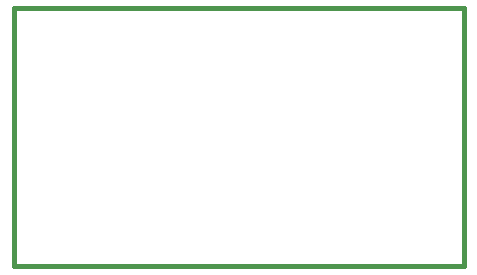
<source format=gbr>
G04 (created by PCBNEW-RS274X (2012-jan-04)-stable) date Fri 25 Jan 2013 16:17:33 CET*
G01*
G70*
G90*
%MOIN*%
G04 Gerber Fmt 3.4, Leading zero omitted, Abs format*
%FSLAX34Y34*%
G04 APERTURE LIST*
%ADD10C,0.006000*%
%ADD11C,0.015000*%
G04 APERTURE END LIST*
G54D10*
G54D11*
X53350Y-37475D02*
X53375Y-37475D01*
X53350Y-46050D02*
X53350Y-37475D01*
X68350Y-46050D02*
X53350Y-46050D01*
X68350Y-37450D02*
X68350Y-46050D01*
X53350Y-37450D02*
X68350Y-37450D01*
M02*

</source>
